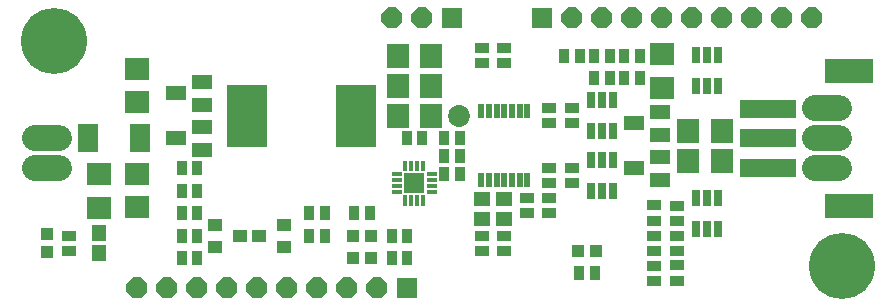
<source format=gbr>
G04 EAGLE Gerber RS-274X export*
G75*
%MOMM*%
%FSLAX34Y34*%
%LPD*%
%INSoldermask Top*%
%IPPOS*%
%AMOC8*
5,1,8,0,0,1.08239X$1,22.5*%
G01*
%ADD10R,4.754000X1.554000*%
%ADD11R,4.154000X2.054000*%
%ADD12C,2.235200*%
%ADD13R,1.254000X1.354000*%
%ADD14R,0.954000X1.154000*%
%ADD15R,2.054000X1.854000*%
%ADD16R,1.854000X2.054000*%
%ADD17R,1.654000X2.354000*%
%ADD18R,1.154000X1.054000*%
%ADD19R,3.504000X5.254000*%
%ADD20R,2.057000X1.854000*%
%ADD21R,1.154000X0.954000*%
%ADD22R,1.854000X2.057000*%
%ADD23C,0.400000*%
%ADD24R,1.750000X1.750000*%
%ADD25R,0.400000X0.700000*%
%ADD26R,0.700000X0.400000*%
%ADD27R,1.054000X1.054000*%
%ADD28R,1.778000X1.778000*%
%ADD29P,1.924489X8X112.500000*%
%ADD30P,1.924489X8X292.500000*%
%ADD31C,5.588000*%
%ADD32R,0.804000X1.454000*%
%ADD33R,1.654000X1.254000*%
%ADD34R,0.558800X1.244600*%
%ADD35R,1.354000X1.254000*%
%ADD36C,1.854200*%


D10*
X636400Y139700D03*
X636400Y164700D03*
X636400Y114700D03*
D11*
X704400Y196700D03*
X704400Y82700D03*
D12*
X695706Y114300D02*
X675894Y114300D01*
X675894Y165100D02*
X695706Y165100D01*
D13*
X69850Y59300D03*
X69850Y42300D03*
D14*
X374800Y124460D03*
X361800Y124460D03*
D15*
X101600Y109250D03*
X101600Y81250D03*
D14*
X330050Y139700D03*
X343050Y139700D03*
X247500Y57150D03*
X260500Y57150D03*
X139550Y76200D03*
X152550Y76200D03*
X260500Y76200D03*
X247500Y76200D03*
D15*
X101600Y170150D03*
X101600Y198150D03*
D16*
X350550Y209550D03*
X322550Y209550D03*
X350550Y184150D03*
X322550Y184150D03*
D17*
X60550Y139700D03*
X104550Y139700D03*
D18*
X225900Y47650D03*
X225900Y66650D03*
X204900Y57150D03*
D19*
X195050Y158750D03*
X287550Y158750D03*
D12*
X35306Y139700D02*
X15494Y139700D01*
X15494Y114300D02*
X35306Y114300D01*
D18*
X167800Y66650D03*
X167800Y47650D03*
X188800Y57150D03*
D20*
X69850Y109470D03*
X69850Y81030D03*
D14*
X361800Y109220D03*
X374800Y109220D03*
X374800Y139700D03*
X361800Y139700D03*
X152550Y38100D03*
X139550Y38100D03*
X285600Y76200D03*
X298600Y76200D03*
X152550Y114300D03*
X139550Y114300D03*
X152550Y95250D03*
X139550Y95250D03*
D21*
X412750Y44300D03*
X412750Y57300D03*
D14*
X139550Y57150D03*
X152550Y57150D03*
D21*
X393700Y57300D03*
X393700Y44300D03*
D22*
X350770Y158750D03*
X322330Y158750D03*
D23*
X329050Y89600D03*
X334050Y89600D03*
X339050Y89600D03*
X344050Y89600D03*
X348550Y94100D03*
X348550Y99100D03*
X348550Y104100D03*
X348550Y109100D03*
X344050Y113600D03*
X339050Y113600D03*
X334050Y113600D03*
X329050Y113600D03*
X324550Y109100D03*
X324550Y104100D03*
X324550Y99100D03*
X324550Y94100D03*
D24*
X336550Y101600D03*
D25*
X329050Y86100D03*
X334050Y86100D03*
X339050Y86100D03*
X344050Y86100D03*
D26*
X352050Y94100D03*
X352050Y99100D03*
X352050Y104100D03*
X352050Y109100D03*
D25*
X344050Y117100D03*
X339050Y117100D03*
X334050Y117100D03*
X329050Y117100D03*
D26*
X321050Y109100D03*
X321050Y104100D03*
X321050Y99100D03*
X321050Y94100D03*
D27*
X299600Y57150D03*
X284600Y57150D03*
X299600Y38100D03*
X284600Y38100D03*
X490100Y44450D03*
X475100Y44450D03*
X25400Y43300D03*
X25400Y58300D03*
D14*
X317350Y57150D03*
X330350Y57150D03*
X317350Y38100D03*
X330350Y38100D03*
X476100Y25400D03*
X489100Y25400D03*
D21*
X44450Y44300D03*
X44450Y57300D03*
D28*
X444500Y241300D03*
D29*
X469900Y241300D03*
X495300Y241300D03*
X520700Y241300D03*
X546100Y241300D03*
X571500Y241300D03*
X596900Y241300D03*
X622300Y241300D03*
X647700Y241300D03*
X673100Y241300D03*
D28*
X330200Y12700D03*
D30*
X304800Y12700D03*
X279400Y12700D03*
X254000Y12700D03*
X228600Y12700D03*
X203200Y12700D03*
X177800Y12700D03*
X152400Y12700D03*
X127000Y12700D03*
X101600Y12700D03*
D31*
X698500Y31750D03*
D21*
X412750Y203050D03*
X412750Y216050D03*
X393700Y203050D03*
X393700Y216050D03*
D32*
X504800Y120950D03*
X495300Y120950D03*
X485800Y120950D03*
X485800Y94950D03*
X495300Y94950D03*
X504800Y94950D03*
X504800Y171750D03*
X495300Y171750D03*
X485800Y171750D03*
X485800Y145750D03*
X495300Y145750D03*
X504800Y145750D03*
D33*
X522400Y114300D03*
X544400Y123800D03*
X544400Y104800D03*
X522400Y152400D03*
X544400Y161900D03*
X544400Y142900D03*
X135050Y139700D03*
X157050Y149200D03*
X157050Y130200D03*
X135050Y177800D03*
X157050Y187300D03*
X157050Y168300D03*
D22*
X596900Y120650D03*
X568460Y120650D03*
X596900Y146050D03*
X568460Y146050D03*
D21*
X469900Y114450D03*
X469900Y101450D03*
X469900Y165250D03*
X469900Y152250D03*
X450850Y101450D03*
X450850Y114450D03*
X450850Y152250D03*
X450850Y165250D03*
D32*
X593700Y89200D03*
X584200Y89200D03*
X574700Y89200D03*
X574700Y63200D03*
X584200Y63200D03*
X593700Y63200D03*
D21*
X558800Y32050D03*
X558800Y19050D03*
X558800Y44150D03*
X558800Y57150D03*
X539750Y82850D03*
X539750Y69850D03*
D32*
X574700Y183850D03*
X584200Y183850D03*
X593700Y183850D03*
X593700Y209850D03*
X584200Y209850D03*
X574700Y209850D03*
D21*
X558800Y82700D03*
X558800Y69700D03*
X539750Y44300D03*
X539750Y57300D03*
X539750Y18900D03*
X539750Y31900D03*
D34*
X393250Y104172D03*
X399750Y104172D03*
X406250Y104172D03*
X412750Y104172D03*
X419250Y104172D03*
X425750Y104172D03*
X432250Y104172D03*
X432250Y162528D03*
X425750Y162528D03*
X419250Y162528D03*
X412750Y162528D03*
X406250Y162528D03*
X399750Y162528D03*
X393250Y162528D03*
D20*
X546100Y182630D03*
X546100Y211070D03*
D14*
X463400Y209550D03*
X476400Y209550D03*
X488800Y209550D03*
X501800Y209550D03*
X488800Y190500D03*
X501800Y190500D03*
X527200Y190500D03*
X514200Y190500D03*
X527200Y209550D03*
X514200Y209550D03*
D21*
X450850Y89050D03*
X450850Y76050D03*
X431800Y89050D03*
X431800Y76050D03*
D35*
X393700Y71510D03*
X393700Y88510D03*
X412750Y88510D03*
X412750Y71510D03*
D12*
X675894Y139700D02*
X695706Y139700D01*
D31*
X31750Y222250D03*
D28*
X368300Y241300D03*
D30*
X342900Y241300D03*
X317500Y241300D03*
D36*
X374650Y158750D03*
M02*

</source>
